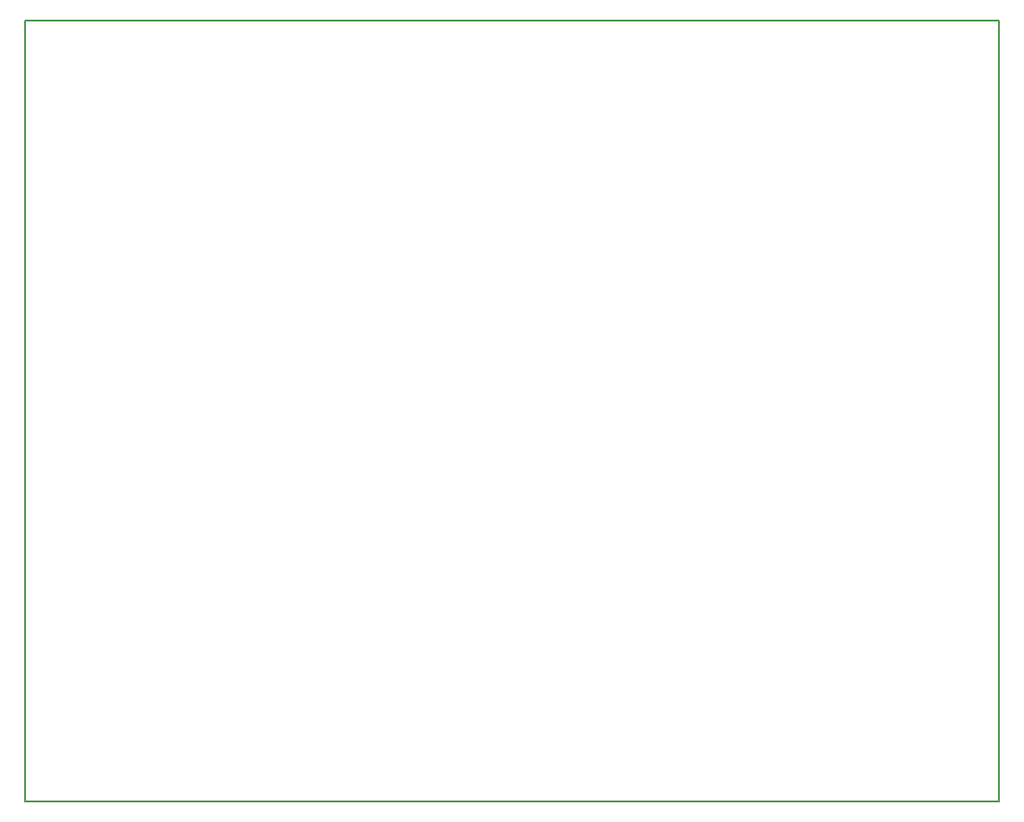
<source format=gm1>
G04 MADE WITH FRITZING*
G04 WWW.FRITZING.ORG*
G04 DOUBLE SIDED*
G04 HOLES PLATED*
G04 CONTOUR ON CENTER OF CONTOUR VECTOR*
%ASAXBY*%
%FSLAX23Y23*%
%MOIN*%
%OFA0B0*%
%SFA1.0B1.0*%
%ADD10R,3.631820X2.917420*%
%ADD11C,0.008000*%
%ADD10C,0.008*%
%LNCONTOUR*%
G90*
G70*
G54D10*
G54D11*
X4Y2913D02*
X3628Y2913D01*
X3628Y4D01*
X4Y4D01*
X4Y2913D01*
D02*
G04 End of contour*
M02*
</source>
